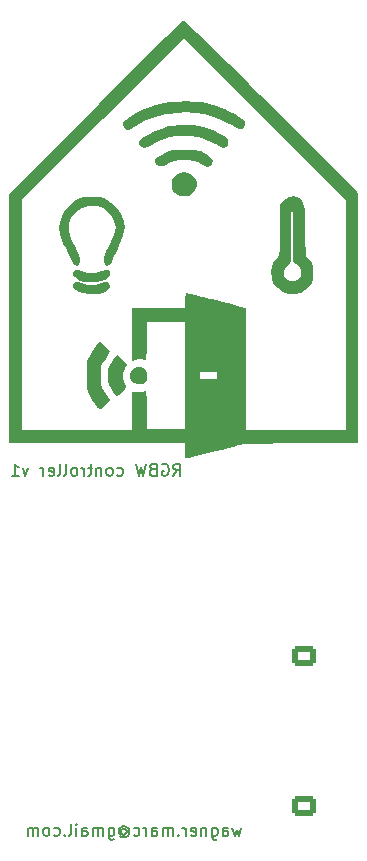
<source format=gbo>
G04 #@! TF.GenerationSoftware,KiCad,Pcbnew,8.0.4*
G04 #@! TF.CreationDate,2024-08-20T20:08:57+02:00*
G04 #@! TF.ProjectId,rgb_controller,7267625f-636f-46e7-9472-6f6c6c65722e,rev?*
G04 #@! TF.SameCoordinates,Original*
G04 #@! TF.FileFunction,Legend,Bot*
G04 #@! TF.FilePolarity,Positive*
%FSLAX46Y46*%
G04 Gerber Fmt 4.6, Leading zero omitted, Abs format (unit mm)*
G04 Created by KiCad (PCBNEW 8.0.4) date 2024-08-20 20:08:57*
%MOMM*%
%LPD*%
G01*
G04 APERTURE LIST*
G04 Aperture macros list*
%AMRoundRect*
0 Rectangle with rounded corners*
0 $1 Rounding radius*
0 $2 $3 $4 $5 $6 $7 $8 $9 X,Y pos of 4 corners*
0 Add a 4 corners polygon primitive as box body*
4,1,4,$2,$3,$4,$5,$6,$7,$8,$9,$2,$3,0*
0 Add four circle primitives for the rounded corners*
1,1,$1+$1,$2,$3*
1,1,$1+$1,$4,$5*
1,1,$1+$1,$6,$7*
1,1,$1+$1,$8,$9*
0 Add four rect primitives between the rounded corners*
20,1,$1+$1,$2,$3,$4,$5,0*
20,1,$1+$1,$4,$5,$6,$7,0*
20,1,$1+$1,$6,$7,$8,$9,0*
20,1,$1+$1,$8,$9,$2,$3,0*%
G04 Aperture macros list end*
%ADD10C,0.150000*%
%ADD11C,0.000000*%
%ADD12RoundRect,0.250000X0.725000X-0.600000X0.725000X0.600000X-0.725000X0.600000X-0.725000X-0.600000X0*%
%ADD13O,1.950000X1.700000*%
%ADD14R,2.000000X1.905000*%
%ADD15O,2.000000X1.905000*%
%ADD16C,1.400000*%
%ADD17O,1.400000X1.400000*%
%ADD18C,1.600000*%
%ADD19O,1.600000X1.600000*%
%ADD20R,2.000000X2.000000*%
%ADD21O,2.000000X1.600000*%
%ADD22R,3.000000X3.000000*%
%ADD23C,3.000000*%
%ADD24RoundRect,0.200000X0.900000X-0.900000X0.900000X0.900000X-0.900000X0.900000X-0.900000X-0.900000X0*%
%ADD25R,1.700000X1.700000*%
%ADD26O,1.700000X1.700000*%
G04 APERTURE END LIST*
D10*
X72751792Y-65909819D02*
X73085125Y-65433628D01*
X73323220Y-65909819D02*
X73323220Y-64909819D01*
X73323220Y-64909819D02*
X72942268Y-64909819D01*
X72942268Y-64909819D02*
X72847030Y-64957438D01*
X72847030Y-64957438D02*
X72799411Y-65005057D01*
X72799411Y-65005057D02*
X72751792Y-65100295D01*
X72751792Y-65100295D02*
X72751792Y-65243152D01*
X72751792Y-65243152D02*
X72799411Y-65338390D01*
X72799411Y-65338390D02*
X72847030Y-65386009D01*
X72847030Y-65386009D02*
X72942268Y-65433628D01*
X72942268Y-65433628D02*
X73323220Y-65433628D01*
X71799411Y-64957438D02*
X71894649Y-64909819D01*
X71894649Y-64909819D02*
X72037506Y-64909819D01*
X72037506Y-64909819D02*
X72180363Y-64957438D01*
X72180363Y-64957438D02*
X72275601Y-65052676D01*
X72275601Y-65052676D02*
X72323220Y-65147914D01*
X72323220Y-65147914D02*
X72370839Y-65338390D01*
X72370839Y-65338390D02*
X72370839Y-65481247D01*
X72370839Y-65481247D02*
X72323220Y-65671723D01*
X72323220Y-65671723D02*
X72275601Y-65766961D01*
X72275601Y-65766961D02*
X72180363Y-65862200D01*
X72180363Y-65862200D02*
X72037506Y-65909819D01*
X72037506Y-65909819D02*
X71942268Y-65909819D01*
X71942268Y-65909819D02*
X71799411Y-65862200D01*
X71799411Y-65862200D02*
X71751792Y-65814580D01*
X71751792Y-65814580D02*
X71751792Y-65481247D01*
X71751792Y-65481247D02*
X71942268Y-65481247D01*
X70989887Y-65386009D02*
X70847030Y-65433628D01*
X70847030Y-65433628D02*
X70799411Y-65481247D01*
X70799411Y-65481247D02*
X70751792Y-65576485D01*
X70751792Y-65576485D02*
X70751792Y-65719342D01*
X70751792Y-65719342D02*
X70799411Y-65814580D01*
X70799411Y-65814580D02*
X70847030Y-65862200D01*
X70847030Y-65862200D02*
X70942268Y-65909819D01*
X70942268Y-65909819D02*
X71323220Y-65909819D01*
X71323220Y-65909819D02*
X71323220Y-64909819D01*
X71323220Y-64909819D02*
X70989887Y-64909819D01*
X70989887Y-64909819D02*
X70894649Y-64957438D01*
X70894649Y-64957438D02*
X70847030Y-65005057D01*
X70847030Y-65005057D02*
X70799411Y-65100295D01*
X70799411Y-65100295D02*
X70799411Y-65195533D01*
X70799411Y-65195533D02*
X70847030Y-65290771D01*
X70847030Y-65290771D02*
X70894649Y-65338390D01*
X70894649Y-65338390D02*
X70989887Y-65386009D01*
X70989887Y-65386009D02*
X71323220Y-65386009D01*
X70418458Y-64909819D02*
X70180363Y-65909819D01*
X70180363Y-65909819D02*
X69989887Y-65195533D01*
X69989887Y-65195533D02*
X69799411Y-65909819D01*
X69799411Y-65909819D02*
X69561316Y-64909819D01*
X67989887Y-65862200D02*
X68085125Y-65909819D01*
X68085125Y-65909819D02*
X68275601Y-65909819D01*
X68275601Y-65909819D02*
X68370839Y-65862200D01*
X68370839Y-65862200D02*
X68418458Y-65814580D01*
X68418458Y-65814580D02*
X68466077Y-65719342D01*
X68466077Y-65719342D02*
X68466077Y-65433628D01*
X68466077Y-65433628D02*
X68418458Y-65338390D01*
X68418458Y-65338390D02*
X68370839Y-65290771D01*
X68370839Y-65290771D02*
X68275601Y-65243152D01*
X68275601Y-65243152D02*
X68085125Y-65243152D01*
X68085125Y-65243152D02*
X67989887Y-65290771D01*
X67418458Y-65909819D02*
X67513696Y-65862200D01*
X67513696Y-65862200D02*
X67561315Y-65814580D01*
X67561315Y-65814580D02*
X67608934Y-65719342D01*
X67608934Y-65719342D02*
X67608934Y-65433628D01*
X67608934Y-65433628D02*
X67561315Y-65338390D01*
X67561315Y-65338390D02*
X67513696Y-65290771D01*
X67513696Y-65290771D02*
X67418458Y-65243152D01*
X67418458Y-65243152D02*
X67275601Y-65243152D01*
X67275601Y-65243152D02*
X67180363Y-65290771D01*
X67180363Y-65290771D02*
X67132744Y-65338390D01*
X67132744Y-65338390D02*
X67085125Y-65433628D01*
X67085125Y-65433628D02*
X67085125Y-65719342D01*
X67085125Y-65719342D02*
X67132744Y-65814580D01*
X67132744Y-65814580D02*
X67180363Y-65862200D01*
X67180363Y-65862200D02*
X67275601Y-65909819D01*
X67275601Y-65909819D02*
X67418458Y-65909819D01*
X66656553Y-65243152D02*
X66656553Y-65909819D01*
X66656553Y-65338390D02*
X66608934Y-65290771D01*
X66608934Y-65290771D02*
X66513696Y-65243152D01*
X66513696Y-65243152D02*
X66370839Y-65243152D01*
X66370839Y-65243152D02*
X66275601Y-65290771D01*
X66275601Y-65290771D02*
X66227982Y-65386009D01*
X66227982Y-65386009D02*
X66227982Y-65909819D01*
X65894648Y-65243152D02*
X65513696Y-65243152D01*
X65751791Y-64909819D02*
X65751791Y-65766961D01*
X65751791Y-65766961D02*
X65704172Y-65862200D01*
X65704172Y-65862200D02*
X65608934Y-65909819D01*
X65608934Y-65909819D02*
X65513696Y-65909819D01*
X65180362Y-65909819D02*
X65180362Y-65243152D01*
X65180362Y-65433628D02*
X65132743Y-65338390D01*
X65132743Y-65338390D02*
X65085124Y-65290771D01*
X65085124Y-65290771D02*
X64989886Y-65243152D01*
X64989886Y-65243152D02*
X64894648Y-65243152D01*
X64418457Y-65909819D02*
X64513695Y-65862200D01*
X64513695Y-65862200D02*
X64561314Y-65814580D01*
X64561314Y-65814580D02*
X64608933Y-65719342D01*
X64608933Y-65719342D02*
X64608933Y-65433628D01*
X64608933Y-65433628D02*
X64561314Y-65338390D01*
X64561314Y-65338390D02*
X64513695Y-65290771D01*
X64513695Y-65290771D02*
X64418457Y-65243152D01*
X64418457Y-65243152D02*
X64275600Y-65243152D01*
X64275600Y-65243152D02*
X64180362Y-65290771D01*
X64180362Y-65290771D02*
X64132743Y-65338390D01*
X64132743Y-65338390D02*
X64085124Y-65433628D01*
X64085124Y-65433628D02*
X64085124Y-65719342D01*
X64085124Y-65719342D02*
X64132743Y-65814580D01*
X64132743Y-65814580D02*
X64180362Y-65862200D01*
X64180362Y-65862200D02*
X64275600Y-65909819D01*
X64275600Y-65909819D02*
X64418457Y-65909819D01*
X63513695Y-65909819D02*
X63608933Y-65862200D01*
X63608933Y-65862200D02*
X63656552Y-65766961D01*
X63656552Y-65766961D02*
X63656552Y-64909819D01*
X62989885Y-65909819D02*
X63085123Y-65862200D01*
X63085123Y-65862200D02*
X63132742Y-65766961D01*
X63132742Y-65766961D02*
X63132742Y-64909819D01*
X62227980Y-65862200D02*
X62323218Y-65909819D01*
X62323218Y-65909819D02*
X62513694Y-65909819D01*
X62513694Y-65909819D02*
X62608932Y-65862200D01*
X62608932Y-65862200D02*
X62656551Y-65766961D01*
X62656551Y-65766961D02*
X62656551Y-65386009D01*
X62656551Y-65386009D02*
X62608932Y-65290771D01*
X62608932Y-65290771D02*
X62513694Y-65243152D01*
X62513694Y-65243152D02*
X62323218Y-65243152D01*
X62323218Y-65243152D02*
X62227980Y-65290771D01*
X62227980Y-65290771D02*
X62180361Y-65386009D01*
X62180361Y-65386009D02*
X62180361Y-65481247D01*
X62180361Y-65481247D02*
X62656551Y-65576485D01*
X61751789Y-65909819D02*
X61751789Y-65243152D01*
X61751789Y-65433628D02*
X61704170Y-65338390D01*
X61704170Y-65338390D02*
X61656551Y-65290771D01*
X61656551Y-65290771D02*
X61561313Y-65243152D01*
X61561313Y-65243152D02*
X61466075Y-65243152D01*
X60466074Y-65243152D02*
X60227979Y-65909819D01*
X60227979Y-65909819D02*
X59989884Y-65243152D01*
X59085122Y-65909819D02*
X59656550Y-65909819D01*
X59370836Y-65909819D02*
X59370836Y-64909819D01*
X59370836Y-64909819D02*
X59466074Y-65052676D01*
X59466074Y-65052676D02*
X59561312Y-65147914D01*
X59561312Y-65147914D02*
X59656550Y-65195533D01*
X78498458Y-95723152D02*
X78307982Y-96389819D01*
X78307982Y-96389819D02*
X78117506Y-95913628D01*
X78117506Y-95913628D02*
X77927030Y-96389819D01*
X77927030Y-96389819D02*
X77736554Y-95723152D01*
X76927030Y-96389819D02*
X76927030Y-95866009D01*
X76927030Y-95866009D02*
X76974649Y-95770771D01*
X76974649Y-95770771D02*
X77069887Y-95723152D01*
X77069887Y-95723152D02*
X77260363Y-95723152D01*
X77260363Y-95723152D02*
X77355601Y-95770771D01*
X76927030Y-96342200D02*
X77022268Y-96389819D01*
X77022268Y-96389819D02*
X77260363Y-96389819D01*
X77260363Y-96389819D02*
X77355601Y-96342200D01*
X77355601Y-96342200D02*
X77403220Y-96246961D01*
X77403220Y-96246961D02*
X77403220Y-96151723D01*
X77403220Y-96151723D02*
X77355601Y-96056485D01*
X77355601Y-96056485D02*
X77260363Y-96008866D01*
X77260363Y-96008866D02*
X77022268Y-96008866D01*
X77022268Y-96008866D02*
X76927030Y-95961247D01*
X76022268Y-95723152D02*
X76022268Y-96532676D01*
X76022268Y-96532676D02*
X76069887Y-96627914D01*
X76069887Y-96627914D02*
X76117506Y-96675533D01*
X76117506Y-96675533D02*
X76212744Y-96723152D01*
X76212744Y-96723152D02*
X76355601Y-96723152D01*
X76355601Y-96723152D02*
X76450839Y-96675533D01*
X76022268Y-96342200D02*
X76117506Y-96389819D01*
X76117506Y-96389819D02*
X76307982Y-96389819D01*
X76307982Y-96389819D02*
X76403220Y-96342200D01*
X76403220Y-96342200D02*
X76450839Y-96294580D01*
X76450839Y-96294580D02*
X76498458Y-96199342D01*
X76498458Y-96199342D02*
X76498458Y-95913628D01*
X76498458Y-95913628D02*
X76450839Y-95818390D01*
X76450839Y-95818390D02*
X76403220Y-95770771D01*
X76403220Y-95770771D02*
X76307982Y-95723152D01*
X76307982Y-95723152D02*
X76117506Y-95723152D01*
X76117506Y-95723152D02*
X76022268Y-95770771D01*
X75546077Y-95723152D02*
X75546077Y-96389819D01*
X75546077Y-95818390D02*
X75498458Y-95770771D01*
X75498458Y-95770771D02*
X75403220Y-95723152D01*
X75403220Y-95723152D02*
X75260363Y-95723152D01*
X75260363Y-95723152D02*
X75165125Y-95770771D01*
X75165125Y-95770771D02*
X75117506Y-95866009D01*
X75117506Y-95866009D02*
X75117506Y-96389819D01*
X74260363Y-96342200D02*
X74355601Y-96389819D01*
X74355601Y-96389819D02*
X74546077Y-96389819D01*
X74546077Y-96389819D02*
X74641315Y-96342200D01*
X74641315Y-96342200D02*
X74688934Y-96246961D01*
X74688934Y-96246961D02*
X74688934Y-95866009D01*
X74688934Y-95866009D02*
X74641315Y-95770771D01*
X74641315Y-95770771D02*
X74546077Y-95723152D01*
X74546077Y-95723152D02*
X74355601Y-95723152D01*
X74355601Y-95723152D02*
X74260363Y-95770771D01*
X74260363Y-95770771D02*
X74212744Y-95866009D01*
X74212744Y-95866009D02*
X74212744Y-95961247D01*
X74212744Y-95961247D02*
X74688934Y-96056485D01*
X73784172Y-96389819D02*
X73784172Y-95723152D01*
X73784172Y-95913628D02*
X73736553Y-95818390D01*
X73736553Y-95818390D02*
X73688934Y-95770771D01*
X73688934Y-95770771D02*
X73593696Y-95723152D01*
X73593696Y-95723152D02*
X73498458Y-95723152D01*
X73165124Y-96294580D02*
X73117505Y-96342200D01*
X73117505Y-96342200D02*
X73165124Y-96389819D01*
X73165124Y-96389819D02*
X73212743Y-96342200D01*
X73212743Y-96342200D02*
X73165124Y-96294580D01*
X73165124Y-96294580D02*
X73165124Y-96389819D01*
X72688934Y-96389819D02*
X72688934Y-95723152D01*
X72688934Y-95818390D02*
X72641315Y-95770771D01*
X72641315Y-95770771D02*
X72546077Y-95723152D01*
X72546077Y-95723152D02*
X72403220Y-95723152D01*
X72403220Y-95723152D02*
X72307982Y-95770771D01*
X72307982Y-95770771D02*
X72260363Y-95866009D01*
X72260363Y-95866009D02*
X72260363Y-96389819D01*
X72260363Y-95866009D02*
X72212744Y-95770771D01*
X72212744Y-95770771D02*
X72117506Y-95723152D01*
X72117506Y-95723152D02*
X71974649Y-95723152D01*
X71974649Y-95723152D02*
X71879410Y-95770771D01*
X71879410Y-95770771D02*
X71831791Y-95866009D01*
X71831791Y-95866009D02*
X71831791Y-96389819D01*
X70927030Y-96389819D02*
X70927030Y-95866009D01*
X70927030Y-95866009D02*
X70974649Y-95770771D01*
X70974649Y-95770771D02*
X71069887Y-95723152D01*
X71069887Y-95723152D02*
X71260363Y-95723152D01*
X71260363Y-95723152D02*
X71355601Y-95770771D01*
X70927030Y-96342200D02*
X71022268Y-96389819D01*
X71022268Y-96389819D02*
X71260363Y-96389819D01*
X71260363Y-96389819D02*
X71355601Y-96342200D01*
X71355601Y-96342200D02*
X71403220Y-96246961D01*
X71403220Y-96246961D02*
X71403220Y-96151723D01*
X71403220Y-96151723D02*
X71355601Y-96056485D01*
X71355601Y-96056485D02*
X71260363Y-96008866D01*
X71260363Y-96008866D02*
X71022268Y-96008866D01*
X71022268Y-96008866D02*
X70927030Y-95961247D01*
X70450839Y-96389819D02*
X70450839Y-95723152D01*
X70450839Y-95913628D02*
X70403220Y-95818390D01*
X70403220Y-95818390D02*
X70355601Y-95770771D01*
X70355601Y-95770771D02*
X70260363Y-95723152D01*
X70260363Y-95723152D02*
X70165125Y-95723152D01*
X69403220Y-96342200D02*
X69498458Y-96389819D01*
X69498458Y-96389819D02*
X69688934Y-96389819D01*
X69688934Y-96389819D02*
X69784172Y-96342200D01*
X69784172Y-96342200D02*
X69831791Y-96294580D01*
X69831791Y-96294580D02*
X69879410Y-96199342D01*
X69879410Y-96199342D02*
X69879410Y-95913628D01*
X69879410Y-95913628D02*
X69831791Y-95818390D01*
X69831791Y-95818390D02*
X69784172Y-95770771D01*
X69784172Y-95770771D02*
X69688934Y-95723152D01*
X69688934Y-95723152D02*
X69498458Y-95723152D01*
X69498458Y-95723152D02*
X69403220Y-95770771D01*
X68355601Y-95913628D02*
X68403220Y-95866009D01*
X68403220Y-95866009D02*
X68498458Y-95818390D01*
X68498458Y-95818390D02*
X68593696Y-95818390D01*
X68593696Y-95818390D02*
X68688934Y-95866009D01*
X68688934Y-95866009D02*
X68736553Y-95913628D01*
X68736553Y-95913628D02*
X68784172Y-96008866D01*
X68784172Y-96008866D02*
X68784172Y-96104104D01*
X68784172Y-96104104D02*
X68736553Y-96199342D01*
X68736553Y-96199342D02*
X68688934Y-96246961D01*
X68688934Y-96246961D02*
X68593696Y-96294580D01*
X68593696Y-96294580D02*
X68498458Y-96294580D01*
X68498458Y-96294580D02*
X68403220Y-96246961D01*
X68403220Y-96246961D02*
X68355601Y-96199342D01*
X68355601Y-95818390D02*
X68355601Y-96199342D01*
X68355601Y-96199342D02*
X68307982Y-96246961D01*
X68307982Y-96246961D02*
X68260363Y-96246961D01*
X68260363Y-96246961D02*
X68165124Y-96199342D01*
X68165124Y-96199342D02*
X68117505Y-96104104D01*
X68117505Y-96104104D02*
X68117505Y-95866009D01*
X68117505Y-95866009D02*
X68212744Y-95723152D01*
X68212744Y-95723152D02*
X68355601Y-95627914D01*
X68355601Y-95627914D02*
X68546077Y-95580295D01*
X68546077Y-95580295D02*
X68736553Y-95627914D01*
X68736553Y-95627914D02*
X68879410Y-95723152D01*
X68879410Y-95723152D02*
X68974648Y-95866009D01*
X68974648Y-95866009D02*
X69022267Y-96056485D01*
X69022267Y-96056485D02*
X68974648Y-96246961D01*
X68974648Y-96246961D02*
X68879410Y-96389819D01*
X68879410Y-96389819D02*
X68736553Y-96485057D01*
X68736553Y-96485057D02*
X68546077Y-96532676D01*
X68546077Y-96532676D02*
X68355601Y-96485057D01*
X68355601Y-96485057D02*
X68212744Y-96389819D01*
X67260363Y-95723152D02*
X67260363Y-96532676D01*
X67260363Y-96532676D02*
X67307982Y-96627914D01*
X67307982Y-96627914D02*
X67355601Y-96675533D01*
X67355601Y-96675533D02*
X67450839Y-96723152D01*
X67450839Y-96723152D02*
X67593696Y-96723152D01*
X67593696Y-96723152D02*
X67688934Y-96675533D01*
X67260363Y-96342200D02*
X67355601Y-96389819D01*
X67355601Y-96389819D02*
X67546077Y-96389819D01*
X67546077Y-96389819D02*
X67641315Y-96342200D01*
X67641315Y-96342200D02*
X67688934Y-96294580D01*
X67688934Y-96294580D02*
X67736553Y-96199342D01*
X67736553Y-96199342D02*
X67736553Y-95913628D01*
X67736553Y-95913628D02*
X67688934Y-95818390D01*
X67688934Y-95818390D02*
X67641315Y-95770771D01*
X67641315Y-95770771D02*
X67546077Y-95723152D01*
X67546077Y-95723152D02*
X67355601Y-95723152D01*
X67355601Y-95723152D02*
X67260363Y-95770771D01*
X66784172Y-96389819D02*
X66784172Y-95723152D01*
X66784172Y-95818390D02*
X66736553Y-95770771D01*
X66736553Y-95770771D02*
X66641315Y-95723152D01*
X66641315Y-95723152D02*
X66498458Y-95723152D01*
X66498458Y-95723152D02*
X66403220Y-95770771D01*
X66403220Y-95770771D02*
X66355601Y-95866009D01*
X66355601Y-95866009D02*
X66355601Y-96389819D01*
X66355601Y-95866009D02*
X66307982Y-95770771D01*
X66307982Y-95770771D02*
X66212744Y-95723152D01*
X66212744Y-95723152D02*
X66069887Y-95723152D01*
X66069887Y-95723152D02*
X65974648Y-95770771D01*
X65974648Y-95770771D02*
X65927029Y-95866009D01*
X65927029Y-95866009D02*
X65927029Y-96389819D01*
X65022268Y-96389819D02*
X65022268Y-95866009D01*
X65022268Y-95866009D02*
X65069887Y-95770771D01*
X65069887Y-95770771D02*
X65165125Y-95723152D01*
X65165125Y-95723152D02*
X65355601Y-95723152D01*
X65355601Y-95723152D02*
X65450839Y-95770771D01*
X65022268Y-96342200D02*
X65117506Y-96389819D01*
X65117506Y-96389819D02*
X65355601Y-96389819D01*
X65355601Y-96389819D02*
X65450839Y-96342200D01*
X65450839Y-96342200D02*
X65498458Y-96246961D01*
X65498458Y-96246961D02*
X65498458Y-96151723D01*
X65498458Y-96151723D02*
X65450839Y-96056485D01*
X65450839Y-96056485D02*
X65355601Y-96008866D01*
X65355601Y-96008866D02*
X65117506Y-96008866D01*
X65117506Y-96008866D02*
X65022268Y-95961247D01*
X64546077Y-96389819D02*
X64546077Y-95723152D01*
X64546077Y-95389819D02*
X64593696Y-95437438D01*
X64593696Y-95437438D02*
X64546077Y-95485057D01*
X64546077Y-95485057D02*
X64498458Y-95437438D01*
X64498458Y-95437438D02*
X64546077Y-95389819D01*
X64546077Y-95389819D02*
X64546077Y-95485057D01*
X63927030Y-96389819D02*
X64022268Y-96342200D01*
X64022268Y-96342200D02*
X64069887Y-96246961D01*
X64069887Y-96246961D02*
X64069887Y-95389819D01*
X63546077Y-96294580D02*
X63498458Y-96342200D01*
X63498458Y-96342200D02*
X63546077Y-96389819D01*
X63546077Y-96389819D02*
X63593696Y-96342200D01*
X63593696Y-96342200D02*
X63546077Y-96294580D01*
X63546077Y-96294580D02*
X63546077Y-96389819D01*
X62641316Y-96342200D02*
X62736554Y-96389819D01*
X62736554Y-96389819D02*
X62927030Y-96389819D01*
X62927030Y-96389819D02*
X63022268Y-96342200D01*
X63022268Y-96342200D02*
X63069887Y-96294580D01*
X63069887Y-96294580D02*
X63117506Y-96199342D01*
X63117506Y-96199342D02*
X63117506Y-95913628D01*
X63117506Y-95913628D02*
X63069887Y-95818390D01*
X63069887Y-95818390D02*
X63022268Y-95770771D01*
X63022268Y-95770771D02*
X62927030Y-95723152D01*
X62927030Y-95723152D02*
X62736554Y-95723152D01*
X62736554Y-95723152D02*
X62641316Y-95770771D01*
X62069887Y-96389819D02*
X62165125Y-96342200D01*
X62165125Y-96342200D02*
X62212744Y-96294580D01*
X62212744Y-96294580D02*
X62260363Y-96199342D01*
X62260363Y-96199342D02*
X62260363Y-95913628D01*
X62260363Y-95913628D02*
X62212744Y-95818390D01*
X62212744Y-95818390D02*
X62165125Y-95770771D01*
X62165125Y-95770771D02*
X62069887Y-95723152D01*
X62069887Y-95723152D02*
X61927030Y-95723152D01*
X61927030Y-95723152D02*
X61831792Y-95770771D01*
X61831792Y-95770771D02*
X61784173Y-95818390D01*
X61784173Y-95818390D02*
X61736554Y-95913628D01*
X61736554Y-95913628D02*
X61736554Y-96199342D01*
X61736554Y-96199342D02*
X61784173Y-96294580D01*
X61784173Y-96294580D02*
X61831792Y-96342200D01*
X61831792Y-96342200D02*
X61927030Y-96389819D01*
X61927030Y-96389819D02*
X62069887Y-96389819D01*
X61307982Y-96389819D02*
X61307982Y-95723152D01*
X61307982Y-95818390D02*
X61260363Y-95770771D01*
X61260363Y-95770771D02*
X61165125Y-95723152D01*
X61165125Y-95723152D02*
X61022268Y-95723152D01*
X61022268Y-95723152D02*
X60927030Y-95770771D01*
X60927030Y-95770771D02*
X60879411Y-95866009D01*
X60879411Y-95866009D02*
X60879411Y-96389819D01*
X60879411Y-95866009D02*
X60831792Y-95770771D01*
X60831792Y-95770771D02*
X60736554Y-95723152D01*
X60736554Y-95723152D02*
X60593697Y-95723152D01*
X60593697Y-95723152D02*
X60498458Y-95770771D01*
X60498458Y-95770771D02*
X60450839Y-95866009D01*
X60450839Y-95866009D02*
X60450839Y-96389819D01*
D11*
G36*
X69908756Y-56743018D02*
G01*
X70240024Y-56816992D01*
X70442372Y-57002173D01*
X70545748Y-57321255D01*
X70557281Y-57427941D01*
X70510393Y-57771239D01*
X70346523Y-58032091D01*
X70090425Y-58164644D01*
X69718314Y-58177536D01*
X69385557Y-58065217D01*
X69164461Y-57838116D01*
X69084264Y-57515109D01*
X69091282Y-57367662D01*
X69195748Y-57019034D01*
X69424747Y-56809237D01*
X69777524Y-56739118D01*
X69908756Y-56743018D01*
G37*
G36*
X67342187Y-49592492D02*
G01*
X67403382Y-49832718D01*
X67397464Y-49901839D01*
X67261620Y-50146031D01*
X66950462Y-50344688D01*
X66469558Y-50493869D01*
X66108465Y-50543714D01*
X65645373Y-50538367D01*
X65197538Y-50469004D01*
X64799222Y-50346721D01*
X64484689Y-50182611D01*
X64288199Y-49987767D01*
X64244017Y-49773282D01*
X64264781Y-49695902D01*
X64407763Y-49519846D01*
X64659642Y-49495104D01*
X65020815Y-49621597D01*
X65512220Y-49787662D01*
X66074111Y-49803795D01*
X66624298Y-49634959D01*
X66865522Y-49535856D01*
X67161467Y-49493174D01*
X67342187Y-49592492D01*
G37*
G36*
X73955965Y-40246999D02*
G01*
X74310712Y-40416945D01*
X74567466Y-40691380D01*
X74712549Y-41032434D01*
X74732285Y-41402238D01*
X74612999Y-41762926D01*
X74341014Y-42076628D01*
X74057657Y-42217415D01*
X73644259Y-42264853D01*
X73338135Y-42245303D01*
X73119919Y-42162323D01*
X72909794Y-41981486D01*
X72746758Y-41787116D01*
X72655528Y-41561460D01*
X72632794Y-41244101D01*
X72633342Y-41168448D01*
X72660420Y-40897933D01*
X72757082Y-40704915D01*
X72962881Y-40500262D01*
X73074074Y-40408548D01*
X73353177Y-40253664D01*
X73667030Y-40210441D01*
X73955965Y-40246999D01*
G37*
G36*
X67268915Y-48526123D02*
G01*
X67368369Y-48650988D01*
X67388159Y-48879723D01*
X67255544Y-49119543D01*
X66983161Y-49334687D01*
X66642749Y-49462385D01*
X66180582Y-49539575D01*
X65681476Y-49555846D01*
X65215839Y-49509125D01*
X64854076Y-49397342D01*
X64733357Y-49332622D01*
X64411880Y-49105327D01*
X64245186Y-48884497D01*
X64241311Y-48685859D01*
X64408295Y-48525138D01*
X64506222Y-48490542D01*
X64714038Y-48504481D01*
X65023022Y-48615235D01*
X65531026Y-48765223D01*
X66129748Y-48774847D01*
X66704917Y-48604153D01*
X66720952Y-48596640D01*
X66985284Y-48487589D01*
X67149038Y-48466699D01*
X67268915Y-48526123D01*
G37*
G36*
X68030771Y-55732651D02*
G01*
X68180025Y-55849275D01*
X68380419Y-56028807D01*
X68583519Y-56225364D01*
X68740896Y-56393064D01*
X68804117Y-56486024D01*
X68796799Y-56507805D01*
X68730421Y-56651900D01*
X68617353Y-56879191D01*
X68483838Y-57206974D01*
X68445257Y-57596101D01*
X68568375Y-57953088D01*
X68673621Y-58138078D01*
X68763145Y-58301683D01*
X68758887Y-58376592D01*
X68657081Y-58561883D01*
X68467418Y-58791940D01*
X68316959Y-58940628D01*
X68120297Y-59103683D01*
X67995878Y-59167059D01*
X67963259Y-59160650D01*
X67810940Y-59043505D01*
X67631291Y-58816208D01*
X67458978Y-58527621D01*
X67328664Y-58226605D01*
X67251010Y-57875601D01*
X67220837Y-57432306D01*
X67247322Y-57004510D01*
X67330376Y-56673475D01*
X67390443Y-56544870D01*
X67551899Y-56251284D01*
X67726644Y-55983115D01*
X67882431Y-55787583D01*
X67987013Y-55711912D01*
X68030771Y-55732651D01*
G37*
G36*
X73958274Y-38302947D02*
G01*
X74374195Y-38312469D01*
X74675189Y-38336715D01*
X74909965Y-38383787D01*
X75127229Y-38461786D01*
X75375691Y-38578811D01*
X75701102Y-38763012D01*
X75967749Y-38997635D01*
X76067641Y-39241396D01*
X76011550Y-39510074D01*
X75869849Y-39689894D01*
X75628542Y-39743530D01*
X75420147Y-39716851D01*
X75293316Y-39648732D01*
X75288000Y-39640862D01*
X75128144Y-39521854D01*
X74838365Y-39391489D01*
X74468945Y-39269255D01*
X74070167Y-39174643D01*
X73700362Y-39147356D01*
X73235568Y-39188363D01*
X72770833Y-39290380D01*
X72368066Y-39439441D01*
X72089175Y-39621576D01*
X71928114Y-39716923D01*
X71659208Y-39723602D01*
X71402831Y-39588983D01*
X71310732Y-39491022D01*
X71227413Y-39274082D01*
X71315886Y-39053050D01*
X71580552Y-38820730D01*
X72025808Y-38569925D01*
X72170065Y-38500792D01*
X72396660Y-38406064D01*
X72614834Y-38346544D01*
X72873374Y-38314433D01*
X73221064Y-38301932D01*
X73706691Y-38301244D01*
X73958274Y-38302947D01*
G37*
G36*
X66987660Y-54971809D02*
G01*
X67412572Y-55396721D01*
X67014053Y-55993507D01*
X66867740Y-56216276D01*
X66725770Y-56466001D01*
X66650014Y-56689489D01*
X66619332Y-56957733D01*
X66612583Y-57341728D01*
X66617966Y-57774734D01*
X66651844Y-58154918D01*
X66730431Y-58453528D01*
X66869464Y-58726881D01*
X67084679Y-59031298D01*
X67419701Y-59470200D01*
X67018569Y-59878924D01*
X66828718Y-60066243D01*
X66653679Y-60224848D01*
X66566843Y-60284677D01*
X66551718Y-60282535D01*
X66404851Y-60200232D01*
X66256875Y-60056006D01*
X66189411Y-59927169D01*
X66185423Y-59893754D01*
X66110878Y-59820735D01*
X66102556Y-59818197D01*
X66014871Y-59715410D01*
X65877762Y-59492356D01*
X65717077Y-59190405D01*
X65610153Y-58972453D01*
X65511231Y-58740033D01*
X65450002Y-58520416D01*
X65417515Y-58263712D01*
X65404821Y-57920032D01*
X65402969Y-57439485D01*
X65403549Y-57235006D01*
X65410879Y-56803434D01*
X65432560Y-56492575D01*
X65476087Y-56254532D01*
X65548953Y-56041405D01*
X65658653Y-55805294D01*
X65772471Y-55594781D01*
X66007032Y-55223929D01*
X66237962Y-54919294D01*
X66562748Y-54546897D01*
X66987660Y-54971809D01*
G37*
G36*
X74460289Y-36227401D02*
G01*
X74942667Y-36299864D01*
X75332104Y-36406954D01*
X75816233Y-36574492D01*
X76290187Y-36769887D01*
X76720258Y-36976721D01*
X77072738Y-37178576D01*
X77313918Y-37359033D01*
X77410090Y-37501673D01*
X77417633Y-37609723D01*
X77386190Y-37908753D01*
X77276254Y-38080481D01*
X77237834Y-38102475D01*
X76973611Y-38143989D01*
X76648235Y-38020674D01*
X76514776Y-37946473D01*
X75940380Y-37658002D01*
X75376271Y-37418515D01*
X74892760Y-37258540D01*
X74785909Y-37233228D01*
X74240430Y-37158053D01*
X73615179Y-37137505D01*
X72990323Y-37171533D01*
X72446029Y-37260086D01*
X72389113Y-37274594D01*
X72061866Y-37376190D01*
X71701762Y-37510129D01*
X71361562Y-37654335D01*
X71094025Y-37786734D01*
X70951911Y-37885248D01*
X70794476Y-38001871D01*
X70524608Y-38110989D01*
X70255681Y-38156030D01*
X70092928Y-38123863D01*
X69918696Y-37968819D01*
X69863627Y-37733639D01*
X69951794Y-37472474D01*
X69993960Y-37420231D01*
X70222356Y-37236542D01*
X70571935Y-37025900D01*
X70999770Y-36809020D01*
X71462933Y-36606613D01*
X71918498Y-36439394D01*
X72323538Y-36328074D01*
X72626323Y-36275622D01*
X73232122Y-36216034D01*
X73866776Y-36199709D01*
X74460289Y-36227401D01*
G37*
G36*
X74483539Y-34244088D02*
G01*
X75089713Y-34294524D01*
X75568212Y-34378657D01*
X75583910Y-34382669D01*
X76086855Y-34515285D01*
X76471363Y-34630100D01*
X76799543Y-34749682D01*
X77133508Y-34896599D01*
X77535367Y-35093418D01*
X77960733Y-35311042D01*
X78327449Y-35515003D01*
X78569583Y-35680750D01*
X78711889Y-35829180D01*
X78779120Y-35981190D01*
X78796029Y-36157677D01*
X78793525Y-36245913D01*
X78738281Y-36452695D01*
X78585919Y-36562042D01*
X78505573Y-36584379D01*
X78291228Y-36562957D01*
X78002279Y-36423623D01*
X77857863Y-36339703D01*
X76989387Y-35879627D01*
X76188375Y-35545512D01*
X75408120Y-35323581D01*
X74601919Y-35200054D01*
X73723067Y-35161153D01*
X73186014Y-35172647D01*
X72129471Y-35282997D01*
X71171915Y-35518614D01*
X70278099Y-35889681D01*
X69412771Y-36406381D01*
X69163036Y-36567385D01*
X68966328Y-36645220D01*
X68808119Y-36616639D01*
X68631641Y-36487539D01*
X68536391Y-36391902D01*
X68443416Y-36196471D01*
X68494448Y-35991844D01*
X68698115Y-35766600D01*
X69063045Y-35509320D01*
X69597867Y-35208581D01*
X69911292Y-35045717D01*
X70240783Y-34883259D01*
X70527462Y-34760243D01*
X70827324Y-34655456D01*
X71196360Y-34547685D01*
X71690562Y-34415714D01*
X71900602Y-34368613D01*
X72458221Y-34289609D01*
X73111868Y-34242165D01*
X73805616Y-34226812D01*
X74483539Y-34244088D01*
G37*
G36*
X65953116Y-42314753D02*
G01*
X66359254Y-42325577D01*
X66648973Y-42359140D01*
X66877373Y-42424769D01*
X67099557Y-42531790D01*
X67495955Y-42803663D01*
X67943704Y-43258893D01*
X68298903Y-43793338D01*
X68532978Y-44362036D01*
X68617353Y-44920025D01*
X68601882Y-45134260D01*
X68486811Y-45643711D01*
X68268736Y-46246167D01*
X67958688Y-46908328D01*
X67894076Y-47034629D01*
X67738758Y-47351818D01*
X67630683Y-47592876D01*
X67590147Y-47713457D01*
X67555363Y-47810468D01*
X67435600Y-47977169D01*
X67304610Y-48082557D01*
X67115055Y-48147941D01*
X67059831Y-48141147D01*
X66920699Y-48022710D01*
X66862371Y-47786516D01*
X66883601Y-47471262D01*
X66983144Y-47115648D01*
X67159755Y-46758374D01*
X67230313Y-46637497D01*
X67404586Y-46289703D01*
X67576765Y-45891292D01*
X67725806Y-45496329D01*
X67830664Y-45158880D01*
X67870294Y-44933009D01*
X67867965Y-44882227D01*
X67793599Y-44561443D01*
X67640030Y-44186632D01*
X67441805Y-43831705D01*
X67233471Y-43570576D01*
X67211434Y-43550073D01*
X66820538Y-43260329D01*
X66396202Y-43104858D01*
X65871782Y-43058603D01*
X65634715Y-43069289D01*
X65044479Y-43206286D01*
X64556928Y-43493463D01*
X64185236Y-43921120D01*
X63942575Y-44479552D01*
X63896248Y-44705413D01*
X63893690Y-45082065D01*
X63984349Y-45510735D01*
X64175935Y-46022782D01*
X64476160Y-46649565D01*
X64521072Y-46737868D01*
X64744937Y-47227420D01*
X64858200Y-47593507D01*
X64865130Y-47856278D01*
X64770000Y-48035882D01*
X64689657Y-48105542D01*
X64555572Y-48154744D01*
X64418654Y-48094728D01*
X64262650Y-47909295D01*
X64071311Y-47582248D01*
X63828384Y-47097390D01*
X63628271Y-46673588D01*
X63442216Y-46263600D01*
X63297617Y-45928019D01*
X63215089Y-45713370D01*
X63151135Y-45471529D01*
X63106209Y-44827108D01*
X63231061Y-44190016D01*
X63514954Y-43586087D01*
X63947151Y-43041156D01*
X64516916Y-42581057D01*
X64683360Y-42479313D01*
X64875952Y-42391079D01*
X65092810Y-42341609D01*
X65388073Y-42319792D01*
X65815882Y-42314520D01*
X65953116Y-42314753D01*
G37*
G36*
X84577197Y-48585944D02*
G01*
X84580990Y-48978283D01*
X84552018Y-49324160D01*
X84488900Y-49555128D01*
X84487566Y-49557610D01*
X84253222Y-49871385D01*
X83918273Y-50177251D01*
X83557869Y-50406491D01*
X83073073Y-50551517D01*
X82551537Y-50536946D01*
X82046984Y-50363554D01*
X81591691Y-50042666D01*
X81217936Y-49585604D01*
X81217605Y-49585068D01*
X81063568Y-49174275D01*
X81033042Y-48689575D01*
X81033694Y-48685658D01*
X82095118Y-48685658D01*
X82152151Y-49019344D01*
X82352064Y-49291875D01*
X82401610Y-49328693D01*
X82718816Y-49444327D01*
X83057350Y-49414807D01*
X83357991Y-49255349D01*
X83561519Y-48981165D01*
X83583294Y-48920217D01*
X83596388Y-48584598D01*
X83450765Y-48265566D01*
X83166201Y-48011617D01*
X82904853Y-47857235D01*
X82904853Y-45574647D01*
X82904774Y-45453897D01*
X82899943Y-44697594D01*
X82887860Y-44095024D01*
X82868862Y-43654422D01*
X82843287Y-43384022D01*
X82811470Y-43292059D01*
X82804774Y-43295686D01*
X82774418Y-43423601D01*
X82750253Y-43728633D01*
X82732596Y-44202801D01*
X82721768Y-44838123D01*
X82718088Y-45626618D01*
X82716613Y-46217174D01*
X82709506Y-46875988D01*
X82696040Y-47368180D01*
X82675689Y-47705366D01*
X82647927Y-47899160D01*
X82612225Y-47961177D01*
X82596493Y-47963366D01*
X82456373Y-48048162D01*
X82280202Y-48217978D01*
X82185249Y-48354855D01*
X82095118Y-48685658D01*
X81033694Y-48685658D01*
X81116530Y-48188071D01*
X81304536Y-47726866D01*
X81587563Y-47363064D01*
X81648545Y-47300932D01*
X81696958Y-47220646D01*
X81732251Y-47100143D01*
X81756489Y-46915000D01*
X81771743Y-46640792D01*
X81780078Y-46253094D01*
X81783562Y-45727482D01*
X81784264Y-45039531D01*
X81784264Y-42893891D01*
X82117752Y-42579372D01*
X82149429Y-42550289D01*
X82529133Y-42315432D01*
X82934465Y-42265530D01*
X83363810Y-42400813D01*
X83525820Y-42498828D01*
X83661360Y-42628299D01*
X83763353Y-42806252D01*
X83836426Y-43055721D01*
X83885206Y-43399736D01*
X83914320Y-43861330D01*
X83928395Y-44463534D01*
X83932058Y-45229382D01*
X83932447Y-45750524D01*
X83935299Y-46297105D01*
X83942844Y-46700905D01*
X83957294Y-46987011D01*
X83980862Y-47180509D01*
X84015758Y-47306486D01*
X84064195Y-47390029D01*
X84128384Y-47456226D01*
X84288035Y-47633339D01*
X84455222Y-47886282D01*
X84476841Y-47935666D01*
X84542020Y-48215590D01*
X84577069Y-48584598D01*
X84577197Y-48585944D01*
G37*
G36*
X88414411Y-63182500D02*
G01*
X83594408Y-63182500D01*
X82504671Y-63183245D01*
X81561877Y-63185810D01*
X80775227Y-63190600D01*
X80129258Y-63198024D01*
X79608503Y-63208486D01*
X79197496Y-63222395D01*
X78880773Y-63240156D01*
X78642869Y-63262177D01*
X78468316Y-63288864D01*
X78341651Y-63320624D01*
X78255779Y-63347277D01*
X77871881Y-63457400D01*
X77386773Y-63587550D01*
X76862823Y-63721656D01*
X76362399Y-63843647D01*
X75947867Y-63937452D01*
X75718318Y-63991417D01*
X75348321Y-64088226D01*
X74967353Y-64195963D01*
X74652962Y-64279880D01*
X74306835Y-64353510D01*
X74056875Y-64385886D01*
X73753382Y-64396471D01*
X73753382Y-63789485D01*
X73753382Y-63182500D01*
X66282794Y-63182500D01*
X58812206Y-63182500D01*
X58812206Y-52609360D01*
X58812206Y-42524519D01*
X59932794Y-42524519D01*
X59932794Y-52293216D01*
X59932794Y-62061912D01*
X64601911Y-62061912D01*
X69271029Y-62061912D01*
X69271029Y-60441616D01*
X69271029Y-58821320D01*
X69714595Y-58828716D01*
X69845330Y-58827658D01*
X70132175Y-58803730D01*
X70321581Y-58758139D01*
X70368415Y-58742069D01*
X70414529Y-58760090D01*
X70446613Y-58844213D01*
X70467184Y-59018568D01*
X70478760Y-59307288D01*
X70483859Y-59734504D01*
X70485000Y-60324347D01*
X70485000Y-61968530D01*
X72119191Y-61968530D01*
X73753382Y-61968530D01*
X73753382Y-57439485D01*
X73753382Y-57112647D01*
X74967353Y-57112647D01*
X74967353Y-57439485D01*
X74967353Y-57766324D01*
X75714411Y-57766324D01*
X76461470Y-57766324D01*
X76461470Y-57439485D01*
X76461470Y-57112647D01*
X75714411Y-57112647D01*
X74967353Y-57112647D01*
X73753382Y-57112647D01*
X73753382Y-52910441D01*
X72119191Y-52910441D01*
X70485000Y-52910441D01*
X70485000Y-54554623D01*
X70484391Y-55017215D01*
X70480427Y-55482020D01*
X70470550Y-55802679D01*
X70452245Y-56003446D01*
X70422994Y-56108573D01*
X70380278Y-56142312D01*
X70321581Y-56128916D01*
X70134402Y-56063083D01*
X69764494Y-56013015D01*
X69468518Y-56079702D01*
X69271029Y-56185395D01*
X69271029Y-53940933D01*
X69271029Y-51696471D01*
X71508115Y-51696471D01*
X73745200Y-51696471D01*
X73772637Y-51054959D01*
X73800073Y-50413448D01*
X74648643Y-50622475D01*
X74815525Y-50663881D01*
X75226682Y-50768221D01*
X75580918Y-50861142D01*
X75815923Y-50926421D01*
X75987728Y-50973280D01*
X76329981Y-51056097D01*
X76694926Y-51135568D01*
X76931565Y-51186520D01*
X77338083Y-51283220D01*
X77675441Y-51373606D01*
X77754011Y-51396549D01*
X78136267Y-51504541D01*
X78492536Y-51600691D01*
X78889411Y-51703968D01*
X78889411Y-56882940D01*
X78889411Y-57112647D01*
X78889411Y-62061912D01*
X83138308Y-62061912D01*
X87387206Y-62061912D01*
X87387206Y-52313469D01*
X87387206Y-42565027D01*
X80513154Y-35692157D01*
X73639102Y-28819288D01*
X66785948Y-35671903D01*
X59932794Y-42524519D01*
X58812206Y-42524519D01*
X58812206Y-42036221D01*
X66166066Y-34680325D01*
X66414398Y-34431991D01*
X67381510Y-33466148D01*
X68310656Y-32540216D01*
X69193304Y-31662594D01*
X70020925Y-30841685D01*
X70784985Y-30085887D01*
X71476954Y-29403601D01*
X72088301Y-28803227D01*
X72610494Y-28293166D01*
X73035001Y-27881818D01*
X73353292Y-27577583D01*
X73556835Y-27388861D01*
X73637099Y-27324053D01*
X73644249Y-27327554D01*
X73753780Y-27421613D01*
X73984617Y-27637616D01*
X74328210Y-27967148D01*
X74776015Y-28401798D01*
X75319482Y-28933153D01*
X75950065Y-29552801D01*
X76659216Y-30252330D01*
X77438388Y-31023327D01*
X78279034Y-31857379D01*
X79172607Y-32746075D01*
X80110558Y-33681002D01*
X81084341Y-34653747D01*
X88414411Y-41983817D01*
X88414411Y-52583158D01*
X88414411Y-62061912D01*
X88414411Y-63182500D01*
G37*
G36*
X69908756Y-56743018D02*
G01*
X70240024Y-56816992D01*
X70442372Y-57002173D01*
X70545748Y-57321255D01*
X70557281Y-57427941D01*
X70510393Y-57771239D01*
X70346523Y-58032091D01*
X70090425Y-58164644D01*
X69718314Y-58177536D01*
X69385557Y-58065217D01*
X69164461Y-57838116D01*
X69084264Y-57515109D01*
X69091282Y-57367662D01*
X69195748Y-57019034D01*
X69424747Y-56809237D01*
X69777524Y-56739118D01*
X69908756Y-56743018D01*
G37*
G36*
X67342187Y-49592492D02*
G01*
X67403382Y-49832718D01*
X67397464Y-49901839D01*
X67261620Y-50146031D01*
X66950462Y-50344688D01*
X66469558Y-50493869D01*
X66108465Y-50543714D01*
X65645373Y-50538367D01*
X65197538Y-50469004D01*
X64799222Y-50346721D01*
X64484689Y-50182611D01*
X64288199Y-49987767D01*
X64244017Y-49773282D01*
X64264781Y-49695902D01*
X64407763Y-49519846D01*
X64659642Y-49495104D01*
X65020815Y-49621597D01*
X65512220Y-49787662D01*
X66074111Y-49803795D01*
X66624298Y-49634959D01*
X66865522Y-49535856D01*
X67161467Y-49493174D01*
X67342187Y-49592492D01*
G37*
G36*
X73955965Y-40246999D02*
G01*
X74310712Y-40416945D01*
X74567466Y-40691380D01*
X74712549Y-41032434D01*
X74732285Y-41402238D01*
X74612999Y-41762926D01*
X74341014Y-42076628D01*
X74057657Y-42217415D01*
X73644259Y-42264853D01*
X73338135Y-42245303D01*
X73119919Y-42162323D01*
X72909794Y-41981486D01*
X72746758Y-41787116D01*
X72655528Y-41561460D01*
X72632794Y-41244101D01*
X72633342Y-41168448D01*
X72660420Y-40897933D01*
X72757082Y-40704915D01*
X72962881Y-40500262D01*
X73074074Y-40408548D01*
X73353177Y-40253664D01*
X73667030Y-40210441D01*
X73955965Y-40246999D01*
G37*
G36*
X67268915Y-48526123D02*
G01*
X67368369Y-48650988D01*
X67388159Y-48879723D01*
X67255544Y-49119543D01*
X66983161Y-49334687D01*
X66642749Y-49462385D01*
X66180582Y-49539575D01*
X65681476Y-49555846D01*
X65215839Y-49509125D01*
X64854076Y-49397342D01*
X64733357Y-49332622D01*
X64411880Y-49105327D01*
X64245186Y-48884497D01*
X64241311Y-48685859D01*
X64408295Y-48525138D01*
X64506222Y-48490542D01*
X64714038Y-48504481D01*
X65023022Y-48615235D01*
X65531026Y-48765223D01*
X66129748Y-48774847D01*
X66704917Y-48604153D01*
X66720952Y-48596640D01*
X66985284Y-48487589D01*
X67149038Y-48466699D01*
X67268915Y-48526123D01*
G37*
G36*
X68030771Y-55732651D02*
G01*
X68180025Y-55849275D01*
X68380419Y-56028807D01*
X68583519Y-56225364D01*
X68740896Y-56393064D01*
X68804117Y-56486024D01*
X68796799Y-56507805D01*
X68730421Y-56651900D01*
X68617353Y-56879191D01*
X68483838Y-57206974D01*
X68445257Y-57596101D01*
X68568375Y-57953088D01*
X68673621Y-58138078D01*
X68763145Y-58301683D01*
X68758887Y-58376592D01*
X68657081Y-58561883D01*
X68467418Y-58791940D01*
X68316959Y-58940628D01*
X68120297Y-59103683D01*
X67995878Y-59167059D01*
X67963259Y-59160650D01*
X67810940Y-59043505D01*
X67631291Y-58816208D01*
X67458978Y-58527621D01*
X67328664Y-58226605D01*
X67251010Y-57875601D01*
X67220837Y-57432306D01*
X67247322Y-57004510D01*
X67330376Y-56673475D01*
X67390443Y-56544870D01*
X67551899Y-56251284D01*
X67726644Y-55983115D01*
X67882431Y-55787583D01*
X67987013Y-55711912D01*
X68030771Y-55732651D01*
G37*
G36*
X73958274Y-38302947D02*
G01*
X74374195Y-38312469D01*
X74675189Y-38336715D01*
X74909965Y-38383787D01*
X75127229Y-38461786D01*
X75375691Y-38578811D01*
X75701102Y-38763012D01*
X75967749Y-38997635D01*
X76067641Y-39241396D01*
X76011550Y-39510074D01*
X75869849Y-39689894D01*
X75628542Y-39743530D01*
X75420147Y-39716851D01*
X75293316Y-39648732D01*
X75288000Y-39640862D01*
X75128144Y-39521854D01*
X74838365Y-39391489D01*
X74468945Y-39269255D01*
X74070167Y-39174643D01*
X73700362Y-39147356D01*
X73235568Y-39188363D01*
X72770833Y-39290380D01*
X72368066Y-39439441D01*
X72089175Y-39621576D01*
X71928114Y-39716923D01*
X71659208Y-39723602D01*
X71402831Y-39588983D01*
X71310732Y-39491022D01*
X71227413Y-39274082D01*
X71315886Y-39053050D01*
X71580552Y-38820730D01*
X72025808Y-38569925D01*
X72170065Y-38500792D01*
X72396660Y-38406064D01*
X72614834Y-38346544D01*
X72873374Y-38314433D01*
X73221064Y-38301932D01*
X73706691Y-38301244D01*
X73958274Y-38302947D01*
G37*
G36*
X66987660Y-54971809D02*
G01*
X67412572Y-55396721D01*
X67014053Y-55993507D01*
X66867740Y-56216276D01*
X66725770Y-56466001D01*
X66650014Y-56689489D01*
X66619332Y-56957733D01*
X66612583Y-57341728D01*
X66617966Y-57774734D01*
X66651844Y-58154918D01*
X66730431Y-58453528D01*
X66869464Y-58726881D01*
X67084679Y-59031298D01*
X67419701Y-59470200D01*
X67018569Y-59878924D01*
X66828718Y-60066243D01*
X66653679Y-60224848D01*
X66566843Y-60284677D01*
X66551718Y-60282535D01*
X66404851Y-60200232D01*
X66256875Y-60056006D01*
X66189411Y-59927169D01*
X66185423Y-59893754D01*
X66110878Y-59820735D01*
X66102556Y-59818197D01*
X66014871Y-59715410D01*
X65877762Y-59492356D01*
X65717077Y-59190405D01*
X65610153Y-58972453D01*
X65511231Y-58740033D01*
X65450002Y-58520416D01*
X65417515Y-58263712D01*
X65404821Y-57920032D01*
X65402969Y-57439485D01*
X65403549Y-57235006D01*
X65410879Y-56803434D01*
X65432560Y-56492575D01*
X65476087Y-56254532D01*
X65548953Y-56041405D01*
X65658653Y-55805294D01*
X65772471Y-55594781D01*
X66007032Y-55223929D01*
X66237962Y-54919294D01*
X66562748Y-54546897D01*
X66987660Y-54971809D01*
G37*
G36*
X74460289Y-36227401D02*
G01*
X74942667Y-36299864D01*
X75332104Y-36406954D01*
X75816233Y-36574492D01*
X76290187Y-36769887D01*
X76720258Y-36976721D01*
X77072738Y-37178576D01*
X77313918Y-37359033D01*
X77410090Y-37501673D01*
X77417633Y-37609723D01*
X77386190Y-37908753D01*
X77276254Y-38080481D01*
X77237834Y-38102475D01*
X76973611Y-38143989D01*
X76648235Y-38020674D01*
X76514776Y-37946473D01*
X75940380Y-37658002D01*
X75376271Y-37418515D01*
X74892760Y-37258540D01*
X74785909Y-37233228D01*
X74240430Y-37158053D01*
X73615179Y-37137505D01*
X72990323Y-37171533D01*
X72446029Y-37260086D01*
X72389113Y-37274594D01*
X72061866Y-37376190D01*
X71701762Y-37510129D01*
X71361562Y-37654335D01*
X71094025Y-37786734D01*
X70951911Y-37885248D01*
X70794476Y-38001871D01*
X70524608Y-38110989D01*
X70255681Y-38156030D01*
X70092928Y-38123863D01*
X69918696Y-37968819D01*
X69863627Y-37733639D01*
X69951794Y-37472474D01*
X69993960Y-37420231D01*
X70222356Y-37236542D01*
X70571935Y-37025900D01*
X70999770Y-36809020D01*
X71462933Y-36606613D01*
X71918498Y-36439394D01*
X72323538Y-36328074D01*
X72626323Y-36275622D01*
X73232122Y-36216034D01*
X73866776Y-36199709D01*
X74460289Y-36227401D01*
G37*
G36*
X74483539Y-34244088D02*
G01*
X75089713Y-34294524D01*
X75568212Y-34378657D01*
X75583910Y-34382669D01*
X76086855Y-34515285D01*
X76471363Y-34630100D01*
X76799543Y-34749682D01*
X77133508Y-34896599D01*
X77535367Y-35093418D01*
X77960733Y-35311042D01*
X78327449Y-35515003D01*
X78569583Y-35680750D01*
X78711889Y-35829180D01*
X78779120Y-35981190D01*
X78796029Y-36157677D01*
X78793525Y-36245913D01*
X78738281Y-36452695D01*
X78585919Y-36562042D01*
X78505573Y-36584379D01*
X78291228Y-36562957D01*
X78002279Y-36423623D01*
X77857863Y-36339703D01*
X76989387Y-35879627D01*
X76188375Y-35545512D01*
X75408120Y-35323581D01*
X74601919Y-35200054D01*
X73723067Y-35161153D01*
X73186014Y-35172647D01*
X72129471Y-35282997D01*
X71171915Y-35518614D01*
X70278099Y-35889681D01*
X69412771Y-36406381D01*
X69163036Y-36567385D01*
X68966328Y-36645220D01*
X68808119Y-36616639D01*
X68631641Y-36487539D01*
X68536391Y-36391902D01*
X68443416Y-36196471D01*
X68494448Y-35991844D01*
X68698115Y-35766600D01*
X69063045Y-35509320D01*
X69597867Y-35208581D01*
X69911292Y-35045717D01*
X70240783Y-34883259D01*
X70527462Y-34760243D01*
X70827324Y-34655456D01*
X71196360Y-34547685D01*
X71690562Y-34415714D01*
X71900602Y-34368613D01*
X72458221Y-34289609D01*
X73111868Y-34242165D01*
X73805616Y-34226812D01*
X74483539Y-34244088D01*
G37*
G36*
X65953116Y-42314753D02*
G01*
X66359254Y-42325577D01*
X66648973Y-42359140D01*
X66877373Y-42424769D01*
X67099557Y-42531790D01*
X67495955Y-42803663D01*
X67943704Y-43258893D01*
X68298903Y-43793338D01*
X68532978Y-44362036D01*
X68617353Y-44920025D01*
X68601882Y-45134260D01*
X68486811Y-45643711D01*
X68268736Y-46246167D01*
X67958688Y-46908328D01*
X67894076Y-47034629D01*
X67738758Y-47351818D01*
X67630683Y-47592876D01*
X67590147Y-47713457D01*
X67555363Y-47810468D01*
X67435600Y-47977169D01*
X67304610Y-48082557D01*
X67115055Y-48147941D01*
X67059831Y-48141147D01*
X66920699Y-48022710D01*
X66862371Y-47786516D01*
X66883601Y-47471262D01*
X66983144Y-47115648D01*
X67159755Y-46758374D01*
X67230313Y-46637497D01*
X67404586Y-46289703D01*
X67576765Y-45891292D01*
X67725806Y-45496329D01*
X67830664Y-45158880D01*
X67870294Y-44933009D01*
X67867965Y-44882227D01*
X67793599Y-44561443D01*
X67640030Y-44186632D01*
X67441805Y-43831705D01*
X67233471Y-43570576D01*
X67211434Y-43550073D01*
X66820538Y-43260329D01*
X66396202Y-43104858D01*
X65871782Y-43058603D01*
X65634715Y-43069289D01*
X65044479Y-43206286D01*
X64556928Y-43493463D01*
X64185236Y-43921120D01*
X63942575Y-44479552D01*
X63896248Y-44705413D01*
X63893690Y-45082065D01*
X63984349Y-45510735D01*
X64175935Y-46022782D01*
X64476160Y-46649565D01*
X64521072Y-46737868D01*
X64744937Y-47227420D01*
X64858200Y-47593507D01*
X64865130Y-47856278D01*
X64770000Y-48035882D01*
X64689657Y-48105542D01*
X64555572Y-48154744D01*
X64418654Y-48094728D01*
X64262650Y-47909295D01*
X64071311Y-47582248D01*
X63828384Y-47097390D01*
X63628271Y-46673588D01*
X63442216Y-46263600D01*
X63297617Y-45928019D01*
X63215089Y-45713370D01*
X63151135Y-45471529D01*
X63106209Y-44827108D01*
X63231061Y-44190016D01*
X63514954Y-43586087D01*
X63947151Y-43041156D01*
X64516916Y-42581057D01*
X64683360Y-42479313D01*
X64875952Y-42391079D01*
X65092810Y-42341609D01*
X65388073Y-42319792D01*
X65815882Y-42314520D01*
X65953116Y-42314753D01*
G37*
G36*
X84577197Y-48585944D02*
G01*
X84580990Y-48978283D01*
X84552018Y-49324160D01*
X84488900Y-49555128D01*
X84487566Y-49557610D01*
X84253222Y-49871385D01*
X83918273Y-50177251D01*
X83557869Y-50406491D01*
X83073073Y-50551517D01*
X82551537Y-50536946D01*
X82046984Y-50363554D01*
X81591691Y-50042666D01*
X81217936Y-49585604D01*
X81217605Y-49585068D01*
X81063568Y-49174275D01*
X81033042Y-48689575D01*
X81033694Y-48685658D01*
X82095118Y-48685658D01*
X82152151Y-49019344D01*
X82352064Y-49291875D01*
X82401610Y-49328693D01*
X82718816Y-49444327D01*
X83057350Y-49414807D01*
X83357991Y-49255349D01*
X83561519Y-48981165D01*
X83583294Y-48920217D01*
X83596388Y-48584598D01*
X83450765Y-48265566D01*
X83166201Y-48011617D01*
X82904853Y-47857235D01*
X82904853Y-45574647D01*
X82904774Y-45453897D01*
X82899943Y-44697594D01*
X82887860Y-44095024D01*
X82868862Y-43654422D01*
X82843287Y-43384022D01*
X82811470Y-43292059D01*
X82804774Y-43295686D01*
X82774418Y-43423601D01*
X82750253Y-43728633D01*
X82732596Y-44202801D01*
X82721768Y-44838123D01*
X82718088Y-45626618D01*
X82716613Y-46217174D01*
X82709506Y-46875988D01*
X82696040Y-47368180D01*
X82675689Y-47705366D01*
X82647927Y-47899160D01*
X82612225Y-47961177D01*
X82596493Y-47963366D01*
X82456373Y-48048162D01*
X82280202Y-48217978D01*
X82185249Y-48354855D01*
X82095118Y-48685658D01*
X81033694Y-48685658D01*
X81116530Y-48188071D01*
X81304536Y-47726866D01*
X81587563Y-47363064D01*
X81648545Y-47300932D01*
X81696958Y-47220646D01*
X81732251Y-47100143D01*
X81756489Y-46915000D01*
X81771743Y-46640792D01*
X81780078Y-46253094D01*
X81783562Y-45727482D01*
X81784264Y-45039531D01*
X81784264Y-42893891D01*
X82117752Y-42579372D01*
X82149429Y-42550289D01*
X82529133Y-42315432D01*
X82934465Y-42265530D01*
X83363810Y-42400813D01*
X83525820Y-42498828D01*
X83661360Y-42628299D01*
X83763353Y-42806252D01*
X83836426Y-43055721D01*
X83885206Y-43399736D01*
X83914320Y-43861330D01*
X83928395Y-44463534D01*
X83932058Y-45229382D01*
X83932447Y-45750524D01*
X83935299Y-46297105D01*
X83942844Y-46700905D01*
X83957294Y-46987011D01*
X83980862Y-47180509D01*
X84015758Y-47306486D01*
X84064195Y-47390029D01*
X84128384Y-47456226D01*
X84288035Y-47633339D01*
X84455222Y-47886282D01*
X84476841Y-47935666D01*
X84542020Y-48215590D01*
X84577069Y-48584598D01*
X84577197Y-48585944D01*
G37*
G36*
X88414411Y-63182500D02*
G01*
X83594408Y-63182500D01*
X82504671Y-63183245D01*
X81561877Y-63185810D01*
X80775227Y-63190600D01*
X80129258Y-63198024D01*
X79608503Y-63208486D01*
X79197496Y-63222395D01*
X78880773Y-63240156D01*
X78642869Y-63262177D01*
X78468316Y-63288864D01*
X78341651Y-63320624D01*
X78255779Y-63347277D01*
X77871881Y-63457400D01*
X77386773Y-63587550D01*
X76862823Y-63721656D01*
X76362399Y-63843647D01*
X75947867Y-63937452D01*
X75718318Y-63991417D01*
X75348321Y-64088226D01*
X74967353Y-64195963D01*
X74652962Y-64279880D01*
X74306835Y-64353510D01*
X74056875Y-64385886D01*
X73753382Y-64396471D01*
X73753382Y-63789485D01*
X73753382Y-63182500D01*
X66282794Y-63182500D01*
X58812206Y-63182500D01*
X58812206Y-52609360D01*
X58812206Y-42524519D01*
X59932794Y-42524519D01*
X59932794Y-52293216D01*
X59932794Y-62061912D01*
X64601911Y-62061912D01*
X69271029Y-62061912D01*
X69271029Y-60441616D01*
X69271029Y-58821320D01*
X69714595Y-58828716D01*
X69845330Y-58827658D01*
X70132175Y-58803730D01*
X70321581Y-58758139D01*
X70368415Y-58742069D01*
X70414529Y-58760090D01*
X70446613Y-58844213D01*
X70467184Y-59018568D01*
X70478760Y-59307288D01*
X70483859Y-59734504D01*
X70485000Y-60324347D01*
X70485000Y-61968530D01*
X72119191Y-61968530D01*
X73753382Y-61968530D01*
X73753382Y-57439485D01*
X73753382Y-57112647D01*
X74967353Y-57112647D01*
X74967353Y-57439485D01*
X74967353Y-57766324D01*
X75714411Y-57766324D01*
X76461470Y-57766324D01*
X76461470Y-57439485D01*
X76461470Y-57112647D01*
X75714411Y-57112647D01*
X74967353Y-57112647D01*
X73753382Y-57112647D01*
X73753382Y-52910441D01*
X72119191Y-52910441D01*
X70485000Y-52910441D01*
X70485000Y-54554623D01*
X70484391Y-55017215D01*
X70480427Y-55482020D01*
X70470550Y-55802679D01*
X70452245Y-56003446D01*
X70422994Y-56108573D01*
X70380278Y-56142312D01*
X70321581Y-56128916D01*
X70134402Y-56063083D01*
X69764494Y-56013015D01*
X69468518Y-56079702D01*
X69271029Y-56185395D01*
X69271029Y-53940933D01*
X69271029Y-51696471D01*
X71508115Y-51696471D01*
X73745200Y-51696471D01*
X73772637Y-51054959D01*
X73800073Y-50413448D01*
X74648643Y-50622475D01*
X74815525Y-50663881D01*
X75226682Y-50768221D01*
X75580918Y-50861142D01*
X75815923Y-50926421D01*
X75987728Y-50973280D01*
X76329981Y-51056097D01*
X76694926Y-51135568D01*
X76931565Y-51186520D01*
X77338083Y-51283220D01*
X77675441Y-51373606D01*
X77754011Y-51396549D01*
X78136267Y-51504541D01*
X78492536Y-51600691D01*
X78889411Y-51703968D01*
X78889411Y-56882940D01*
X78889411Y-57112647D01*
X78889411Y-62061912D01*
X83138308Y-62061912D01*
X87387206Y-62061912D01*
X87387206Y-52313469D01*
X87387206Y-42565027D01*
X80513154Y-35692157D01*
X73639102Y-28819288D01*
X66785948Y-35671903D01*
X59932794Y-42524519D01*
X58812206Y-42524519D01*
X58812206Y-42036221D01*
X66166066Y-34680325D01*
X66414398Y-34431991D01*
X67381510Y-33466148D01*
X68310656Y-32540216D01*
X69193304Y-31662594D01*
X70020925Y-30841685D01*
X70784985Y-30085887D01*
X71476954Y-29403601D01*
X72088301Y-28803227D01*
X72610494Y-28293166D01*
X73035001Y-27881818D01*
X73353292Y-27577583D01*
X73556835Y-27388861D01*
X73637099Y-27324053D01*
X73644249Y-27327554D01*
X73753780Y-27421613D01*
X73984617Y-27637616D01*
X74328210Y-27967148D01*
X74776015Y-28401798D01*
X75319482Y-28933153D01*
X75950065Y-29552801D01*
X76659216Y-30252330D01*
X77438388Y-31023327D01*
X78279034Y-31857379D01*
X79172607Y-32746075D01*
X80110558Y-33681002D01*
X81084341Y-34653747D01*
X88414411Y-41983817D01*
X88414411Y-52583158D01*
X88414411Y-62061912D01*
X88414411Y-63182500D01*
G37*
%LPC*%
D12*
X83820000Y-93900000D03*
D13*
X83820000Y-91400000D03*
X83820000Y-88900000D03*
D14*
X93980000Y-68580000D03*
D15*
X93980000Y-66040000D03*
X93980000Y-63500000D03*
D12*
X83820000Y-81200000D03*
D13*
X83820000Y-78700000D03*
X83820000Y-76200000D03*
X83820000Y-73700000D03*
X83820000Y-71200000D03*
D16*
X99060000Y-68580000D03*
D17*
X99060000Y-71120000D03*
D14*
X93980000Y-55880000D03*
D15*
X93980000Y-53340000D03*
X93980000Y-50800000D03*
D16*
X99060000Y-55880000D03*
D17*
X99060000Y-58420000D03*
D18*
X113030000Y-73660000D03*
D19*
X120650000Y-73660000D03*
D20*
X127000000Y-88900000D03*
D21*
X127000000Y-86360000D03*
X127000000Y-83820000D03*
X127000000Y-81280000D03*
X127000000Y-78740000D03*
X127000000Y-76200000D03*
X127000000Y-73660000D03*
X127000000Y-71120000D03*
X104140000Y-71120000D03*
X104140000Y-73660000D03*
X104140000Y-76200000D03*
X104140000Y-78740000D03*
X104140000Y-81280000D03*
X104140000Y-83820000D03*
X104140000Y-86360000D03*
X104140000Y-88900000D03*
D16*
X99060000Y-93980000D03*
D17*
X99060000Y-96520000D03*
D16*
X99060000Y-81280000D03*
D17*
X99060000Y-83820000D03*
D22*
X119380000Y-38100000D03*
D23*
X114300000Y-38100000D03*
D14*
X93980000Y-93980000D03*
D15*
X93980000Y-91440000D03*
X93980000Y-88900000D03*
D24*
X121940000Y-43540000D03*
X124140000Y-43540000D03*
X109740000Y-43540000D03*
X111940000Y-43540000D03*
X121940000Y-63340000D03*
X124140000Y-63340000D03*
X109740000Y-63340000D03*
X111940000Y-63340000D03*
D25*
X106680000Y-50800000D03*
D26*
X106680000Y-53340000D03*
X106680000Y-55880000D03*
D18*
X120650000Y-83820000D03*
D19*
X113030000Y-83820000D03*
D18*
X120650000Y-78740000D03*
D19*
X113030000Y-78740000D03*
D14*
X93980000Y-81280000D03*
D15*
X93980000Y-78740000D03*
X93980000Y-76200000D03*
D18*
X113030000Y-68607215D03*
D19*
X120650000Y-68607215D03*
%LPD*%
M02*

</source>
